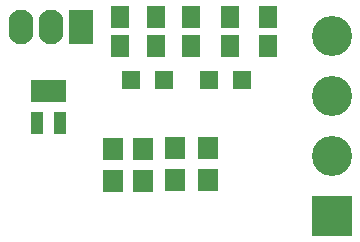
<source format=gbr>
G04 #@! TF.GenerationSoftware,KiCad,Pcbnew,5.0.0-fee4fd1~66~ubuntu18.04.1*
G04 #@! TF.CreationDate,2018-10-07T19:31:30+08:00*
G04 #@! TF.ProjectId,ws2812-stm32-interface,7773323831322D73746D33322D696E74,rev?*
G04 #@! TF.SameCoordinates,Original*
G04 #@! TF.FileFunction,Soldermask,Top*
G04 #@! TF.FilePolarity,Negative*
%FSLAX46Y46*%
G04 Gerber Fmt 4.6, Leading zero omitted, Abs format (unit mm)*
G04 Created by KiCad (PCBNEW 5.0.0-fee4fd1~66~ubuntu18.04.1) date Sun Oct  7 19:31:30 2018*
%MOMM*%
%LPD*%
G01*
G04 APERTURE LIST*
%ADD10C,3.400000*%
%ADD11R,3.400000X3.400000*%
%ADD12R,1.650000X1.900000*%
%ADD13R,1.500000X1.500000*%
%ADD14R,1.700000X1.900000*%
%ADD15R,1.050000X1.960000*%
%ADD16O,2.100000X2.940000*%
%ADD17R,2.100000X2.900000*%
G04 APERTURE END LIST*
D10*
G04 #@! TO.C,J2*
X48250000Y-15760000D03*
D11*
X48250000Y-31000000D03*
D10*
X48250000Y-20840000D03*
X48250000Y-25920000D03*
G04 #@! TD*
D12*
G04 #@! TO.C,C5*
X30337702Y-14112568D03*
X30337702Y-16612568D03*
G04 #@! TD*
G04 #@! TO.C,C4*
X33337702Y-16612568D03*
X33337702Y-14112568D03*
G04 #@! TD*
G04 #@! TO.C,C3*
X36337702Y-14112568D03*
X36337702Y-16612568D03*
G04 #@! TD*
G04 #@! TO.C,C2*
X39587702Y-16612568D03*
X39587702Y-14112568D03*
G04 #@! TD*
G04 #@! TO.C,C1*
X42837702Y-14112568D03*
X42837702Y-16612568D03*
G04 #@! TD*
D13*
G04 #@! TO.C,D2*
X37850000Y-19500000D03*
X40650000Y-19500000D03*
G04 #@! TD*
G04 #@! TO.C,D1*
X31200000Y-19500000D03*
X34000000Y-19500000D03*
G04 #@! TD*
D14*
G04 #@! TO.C,D4*
X35000000Y-25250000D03*
X35000000Y-27950000D03*
G04 #@! TD*
G04 #@! TO.C,D3*
X32250000Y-28000000D03*
X32250000Y-25300000D03*
G04 #@! TD*
G04 #@! TO.C,R2*
X37750000Y-25250000D03*
X37750000Y-27950000D03*
G04 #@! TD*
G04 #@! TO.C,R1*
X29750000Y-28000000D03*
X29750000Y-25300000D03*
G04 #@! TD*
D15*
G04 #@! TO.C,U1*
X25200000Y-23100000D03*
X23300000Y-23100000D03*
X23300000Y-20400000D03*
X24250000Y-20400000D03*
X25200000Y-20400000D03*
G04 #@! TD*
D16*
G04 #@! TO.C,J1*
X21920000Y-15000000D03*
X24460000Y-15000000D03*
D17*
X27000000Y-15000000D03*
G04 #@! TD*
M02*

</source>
